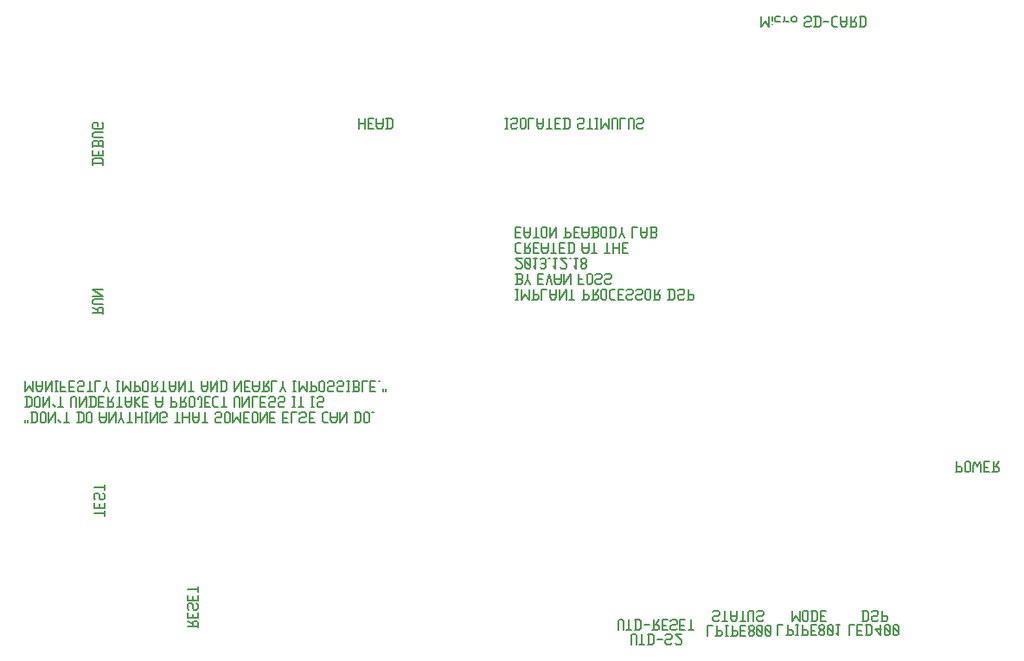
<source format=gbo>
G04 start of page 11 for group -4078 idx -4078 *
G04 Title: (unknown), bottomsilk *
G04 Creator: pcb 20110918 *
G04 CreationDate: Mon Dec 23 20:18:39 2013 UTC *
G04 For: fosse *
G04 Format: Gerber/RS-274X *
G04 PCB-Dimensions: 550000 350000 *
G04 PCB-Coordinate-Origin: lower left *
%MOIN*%
%FSLAX25Y25*%
%LNBOTTOMSILK*%
%ADD73C,0.0060*%
G54D73*X318500Y40000D02*X319000Y40500D01*
X317000Y40000D02*X318500D01*
X316500Y40500D02*X317000Y40000D01*
X316500Y40500D02*Y41500D01*
X317000Y42000D01*
X318500D01*
X319000Y42500D01*
Y43500D01*
X318500Y44000D02*X319000Y43500D01*
X317000Y44000D02*X318500D01*
X316500Y43500D02*X317000Y44000D01*
X320200Y40000D02*X322200D01*
X321200D02*Y44000D01*
X323400Y41000D02*Y44000D01*
Y41000D02*X324100Y40000D01*
X325200D01*
X325900Y41000D01*
Y44000D01*
X323400Y42000D02*X325900D01*
X327100Y40000D02*X329100D01*
X328100D02*Y44000D01*
X330300Y40000D02*Y43500D01*
X330800Y44000D01*
X331800D01*
X332300Y43500D01*
Y40000D02*Y43500D01*
X335500Y40000D02*X336000Y40500D01*
X334000Y40000D02*X335500D01*
X333500Y40500D02*X334000Y40000D01*
X333500Y40500D02*Y41500D01*
X334000Y42000D01*
X335500D01*
X336000Y42500D01*
Y43500D01*
X335500Y44000D02*X336000Y43500D01*
X334000Y44000D02*X335500D01*
X333500Y43500D02*X334000Y44000D01*
X280000Y36500D02*Y40000D01*
X280500Y40500D01*
X281500D01*
X282000Y40000D01*
Y36500D02*Y40000D01*
X283200Y36500D02*X285200D01*
X284200D02*Y40500D01*
X286900Y36500D02*Y40500D01*
X288200Y36500D02*X288900Y37200D01*
Y39800D01*
X288200Y40500D02*X288900Y39800D01*
X286400Y40500D02*X288200D01*
X286400Y36500D02*X288200D01*
X290100Y38500D02*X292100D01*
X293300Y36500D02*X295300D01*
X295800Y37000D01*
Y38000D01*
X295300Y38500D02*X295800Y38000D01*
X293800Y38500D02*X295300D01*
X293800Y36500D02*Y40500D01*
X294600Y38500D02*X295800Y40500D01*
X297000Y38300D02*X298500D01*
X297000Y40500D02*X299000D01*
X297000Y36500D02*Y40500D01*
Y36500D02*X299000D01*
X302200D02*X302700Y37000D01*
X300700Y36500D02*X302200D01*
X300200Y37000D02*X300700Y36500D01*
X300200Y37000D02*Y38000D01*
X300700Y38500D01*
X302200D01*
X302700Y39000D01*
Y40000D01*
X302200Y40500D02*X302700Y40000D01*
X300700Y40500D02*X302200D01*
X300200Y40000D02*X300700Y40500D01*
X303900Y38300D02*X305400D01*
X303900Y40500D02*X305900D01*
X303900Y36500D02*Y40500D01*
Y36500D02*X305900D01*
X307100D02*X309100D01*
X308100D02*Y40500D01*
X347000Y40000D02*Y44000D01*
Y40000D02*X348500Y42000D01*
X350000Y40000D01*
Y44000D01*
X351200Y40500D02*Y43500D01*
Y40500D02*X351700Y40000D01*
X352700D01*
X353200Y40500D01*
Y43500D01*
X352700Y44000D02*X353200Y43500D01*
X351700Y44000D02*X352700D01*
X351200Y43500D02*X351700Y44000D01*
X354900Y40000D02*Y44000D01*
X356200Y40000D02*X356900Y40700D01*
Y43300D01*
X356200Y44000D02*X356900Y43300D01*
X354400Y44000D02*X356200D01*
X354400Y40000D02*X356200D01*
X358100Y41800D02*X359600D01*
X358100Y44000D02*X360100D01*
X358100Y40000D02*Y44000D01*
Y40000D02*X360100D01*
X285000Y31000D02*Y34500D01*
X285500Y35000D01*
X286500D01*
X287000Y34500D01*
Y31000D02*Y34500D01*
X288200Y31000D02*X290200D01*
X289200D02*Y35000D01*
X291900Y31000D02*Y35000D01*
X293200Y31000D02*X293900Y31700D01*
Y34300D01*
X293200Y35000D02*X293900Y34300D01*
X291400Y35000D02*X293200D01*
X291400Y31000D02*X293200D01*
X295100Y33000D02*X297100D01*
X300300Y31000D02*X300800Y31500D01*
X298800Y31000D02*X300300D01*
X298300Y31500D02*X298800Y31000D01*
X298300Y31500D02*Y32500D01*
X298800Y33000D01*
X300300D01*
X300800Y33500D01*
Y34500D01*
X300300Y35000D02*X300800Y34500D01*
X298800Y35000D02*X300300D01*
X298300Y34500D02*X298800Y35000D01*
X302000Y31500D02*X302500Y31000D01*
X304000D01*
X304500Y31500D01*
Y32500D01*
X302000Y35000D02*X304500Y32500D01*
X302000Y35000D02*X304500D01*
X374500Y40000D02*Y44000D01*
X375800Y40000D02*X376500Y40700D01*
Y43300D01*
X375800Y44000D02*X376500Y43300D01*
X374000Y44000D02*X375800D01*
X374000Y40000D02*X375800D01*
X379700D02*X380200Y40500D01*
X378200Y40000D02*X379700D01*
X377700Y40500D02*X378200Y40000D01*
X377700Y40500D02*Y41500D01*
X378200Y42000D01*
X379700D01*
X380200Y42500D01*
Y43500D01*
X379700Y44000D02*X380200Y43500D01*
X378200Y44000D02*X379700D01*
X377700Y43500D02*X378200Y44000D01*
X381900Y40000D02*Y44000D01*
X381400Y40000D02*X383400D01*
X383900Y40500D01*
Y41500D01*
X383400Y42000D02*X383900Y41500D01*
X381900Y42000D02*X383400D01*
X369000Y34500D02*Y38500D01*
X371000D01*
X372200Y36300D02*X373700D01*
X372200Y38500D02*X374200D01*
X372200Y34500D02*Y38500D01*
Y34500D02*X374200D01*
X375900D02*Y38500D01*
X377200Y34500D02*X377900Y35200D01*
Y37800D01*
X377200Y38500D02*X377900Y37800D01*
X375400Y38500D02*X377200D01*
X375400Y34500D02*X377200D01*
X379100Y37000D02*X381100Y34500D01*
X379100Y37000D02*X381600D01*
X381100Y34500D02*Y38500D01*
X382800Y38000D02*X383300Y38500D01*
X382800Y35000D02*Y38000D01*
Y35000D02*X383300Y34500D01*
X384300D01*
X384800Y35000D01*
Y38000D01*
X384300Y38500D02*X384800Y38000D01*
X383300Y38500D02*X384300D01*
X382800Y37500D02*X384800Y35500D01*
X386000Y38000D02*X386500Y38500D01*
X386000Y35000D02*Y38000D01*
Y35000D02*X386500Y34500D01*
X387500D01*
X388000Y35000D01*
Y38000D01*
X387500Y38500D02*X388000Y38000D01*
X386500Y38500D02*X387500D01*
X386000Y37500D02*X388000Y35500D01*
X410500Y97500D02*Y101500D01*
X410000Y97500D02*X412000D01*
X412500Y98000D01*
Y99000D01*
X412000Y99500D02*X412500Y99000D01*
X410500Y99500D02*X412000D01*
X413700Y98000D02*Y101000D01*
Y98000D02*X414200Y97500D01*
X415200D01*
X415700Y98000D01*
Y101000D01*
X415200Y101500D02*X415700Y101000D01*
X414200Y101500D02*X415200D01*
X413700Y101000D02*X414200Y101500D01*
X416900Y97500D02*Y99500D01*
X417400Y101500D01*
X418400Y99500D01*
X419400Y101500D01*
X419900Y99500D01*
Y97500D02*Y99500D01*
X421100Y99300D02*X422600D01*
X421100Y101500D02*X423100D01*
X421100Y97500D02*Y101500D01*
Y97500D02*X423100D01*
X424300D02*X426300D01*
X426800Y98000D01*
Y99000D01*
X426300Y99500D02*X426800Y99000D01*
X424800Y99500D02*X426300D01*
X424800Y97500D02*Y101500D01*
X425600Y99500D02*X426800Y101500D01*
X77500Y216500D02*X81500D01*
Y217800D02*X80800Y218500D01*
X78200D02*X80800D01*
X77500Y217800D02*X78200Y218500D01*
X77500Y216000D02*Y217800D01*
X81500Y216000D02*Y217800D01*
X79700Y219700D02*Y221200D01*
X77500Y219700D02*Y221700D01*
Y219700D02*X81500D01*
Y221700D01*
X77500Y222900D02*Y224900D01*
X78000Y225400D01*
X79200D01*
X79700Y224900D02*X79200Y225400D01*
X79700Y223400D02*Y224900D01*
X77500Y223400D02*X81500D01*
Y222900D02*Y224900D01*
X81000Y225400D01*
X80200D02*X81000D01*
X79700Y224900D02*X80200Y225400D01*
X78000Y226600D02*X81500D01*
X78000D02*X77500Y227100D01*
Y228100D01*
X78000Y228600D01*
X81500D01*
Y231800D02*X81000Y232300D01*
X81500Y230300D02*Y231800D01*
X81000Y229800D02*X81500Y230300D01*
X78000Y229800D02*X81000D01*
X78000D02*X77500Y230300D01*
Y231800D01*
X78000Y232300D01*
X79000D01*
X79500Y231800D02*X79000Y232300D01*
X79500Y230800D02*Y231800D01*
X180000Y230000D02*Y234000D01*
X182500Y230000D02*Y234000D01*
X180000Y232000D02*X182500D01*
X183700Y231800D02*X185200D01*
X183700Y234000D02*X185700D01*
X183700Y230000D02*Y234000D01*
Y230000D02*X185700D01*
X186900Y231000D02*Y234000D01*
Y231000D02*X187600Y230000D01*
X188700D01*
X189400Y231000D01*
Y234000D01*
X186900Y232000D02*X189400D01*
X191100Y230000D02*Y234000D01*
X192400Y230000D02*X193100Y230700D01*
Y233300D01*
X192400Y234000D02*X193100Y233300D01*
X190600Y234000D02*X192400D01*
X190600Y230000D02*X192400D01*
X52000Y122500D02*Y126500D01*
X53300Y122500D02*X54000Y123200D01*
Y125800D01*
X53300Y126500D02*X54000Y125800D01*
X51500Y126500D02*X53300D01*
X51500Y122500D02*X53300D01*
X55200Y123000D02*Y126000D01*
Y123000D02*X55700Y122500D01*
X56700D01*
X57200Y123000D01*
Y126000D01*
X56700Y126500D02*X57200Y126000D01*
X55700Y126500D02*X56700D01*
X55200Y126000D02*X55700Y126500D01*
X58400Y122500D02*Y126500D01*
Y122500D02*X60900Y126500D01*
Y122500D02*Y126500D01*
X62100Y123500D02*X63100Y122500D01*
X64300D02*X66300D01*
X65300D02*Y126500D01*
X69300Y122500D02*Y126000D01*
X69800Y126500D01*
X70800D01*
X71300Y126000D01*
Y122500D02*Y126000D01*
X72500Y122500D02*Y126500D01*
Y122500D02*X75000Y126500D01*
Y122500D02*Y126500D01*
X76700Y122500D02*Y126500D01*
X78000Y122500D02*X78700Y123200D01*
Y125800D01*
X78000Y126500D02*X78700Y125800D01*
X76200Y126500D02*X78000D01*
X76200Y122500D02*X78000D01*
X79900Y124300D02*X81400D01*
X79900Y126500D02*X81900D01*
X79900Y122500D02*Y126500D01*
Y122500D02*X81900D01*
X83100D02*X85100D01*
X85600Y123000D01*
Y124000D01*
X85100Y124500D02*X85600Y124000D01*
X83600Y124500D02*X85100D01*
X83600Y122500D02*Y126500D01*
X84400Y124500D02*X85600Y126500D01*
X86800Y122500D02*X88800D01*
X87800D02*Y126500D01*
X90000Y123500D02*Y126500D01*
Y123500D02*X90700Y122500D01*
X91800D01*
X92500Y123500D01*
Y126500D01*
X90000Y124500D02*X92500D01*
X93700Y122500D02*Y126500D01*
Y124500D02*X95700Y122500D01*
X93700Y124500D02*X95700Y126500D01*
X96900Y124300D02*X98400D01*
X96900Y126500D02*X98900D01*
X96900Y122500D02*Y126500D01*
Y122500D02*X98900D01*
X101900Y123500D02*Y126500D01*
Y123500D02*X102600Y122500D01*
X103700D01*
X104400Y123500D01*
Y126500D01*
X101900Y124500D02*X104400D01*
X107900Y122500D02*Y126500D01*
X107400Y122500D02*X109400D01*
X109900Y123000D01*
Y124000D01*
X109400Y124500D02*X109900Y124000D01*
X107900Y124500D02*X109400D01*
X111100Y122500D02*X113100D01*
X113600Y123000D01*
Y124000D01*
X113100Y124500D02*X113600Y124000D01*
X111600Y124500D02*X113100D01*
X111600Y122500D02*Y126500D01*
X112400Y124500D02*X113600Y126500D01*
X114800Y123000D02*Y126000D01*
Y123000D02*X115300Y122500D01*
X116300D01*
X116800Y123000D01*
Y126000D01*
X116300Y126500D02*X116800Y126000D01*
X115300Y126500D02*X116300D01*
X114800Y126000D02*X115300Y126500D01*
X118700Y122500D02*X119500D01*
Y126000D01*
X119000Y126500D02*X119500Y126000D01*
X118500Y126500D02*X119000D01*
X118000Y126000D02*X118500Y126500D01*
X118000Y125500D02*Y126000D01*
X120700Y124300D02*X122200D01*
X120700Y126500D02*X122700D01*
X120700Y122500D02*Y126500D01*
Y122500D02*X122700D01*
X124600Y126500D02*X125900D01*
X123900Y125800D02*X124600Y126500D01*
X123900Y123200D02*Y125800D01*
Y123200D02*X124600Y122500D01*
X125900D01*
X127100D02*X129100D01*
X128100D02*Y126500D01*
X132100Y122500D02*Y126000D01*
X132600Y126500D01*
X133600D01*
X134100Y126000D01*
Y122500D02*Y126000D01*
X135300Y122500D02*Y126500D01*
Y122500D02*X137800Y126500D01*
Y122500D02*Y126500D01*
X139000Y122500D02*Y126500D01*
X141000D01*
X142200Y124300D02*X143700D01*
X142200Y126500D02*X144200D01*
X142200Y122500D02*Y126500D01*
Y122500D02*X144200D01*
X147400D02*X147900Y123000D01*
X145900Y122500D02*X147400D01*
X145400Y123000D02*X145900Y122500D01*
X145400Y123000D02*Y124000D01*
X145900Y124500D01*
X147400D01*
X147900Y125000D01*
Y126000D01*
X147400Y126500D02*X147900Y126000D01*
X145900Y126500D02*X147400D01*
X145400Y126000D02*X145900Y126500D01*
X151100Y122500D02*X151600Y123000D01*
X149600Y122500D02*X151100D01*
X149100Y123000D02*X149600Y122500D01*
X149100Y123000D02*Y124000D01*
X149600Y124500D01*
X151100D01*
X151600Y125000D01*
Y126000D01*
X151100Y126500D02*X151600Y126000D01*
X149600Y126500D02*X151100D01*
X149100Y126000D02*X149600Y126500D01*
X154600Y122500D02*X155600D01*
X155100D02*Y126500D01*
X154600D02*X155600D01*
X156800Y122500D02*X158800D01*
X157800D02*Y126500D01*
X161800Y122500D02*X162800D01*
X162300D02*Y126500D01*
X161800D02*X162800D01*
X166000Y122500D02*X166500Y123000D01*
X164500Y122500D02*X166000D01*
X164000Y123000D02*X164500Y122500D01*
X164000Y123000D02*Y124000D01*
X164500Y124500D01*
X166000D01*
X166500Y125000D01*
Y126000D01*
X166000Y126500D02*X166500Y126000D01*
X164500Y126500D02*X166000D01*
X164000Y126000D02*X164500Y126500D01*
X51500Y116500D02*Y117500D01*
X52500Y116500D02*Y117500D01*
X54200Y116500D02*Y120500D01*
X55500Y116500D02*X56200Y117200D01*
Y119800D01*
X55500Y120500D02*X56200Y119800D01*
X53700Y120500D02*X55500D01*
X53700Y116500D02*X55500D01*
X57400Y117000D02*Y120000D01*
Y117000D02*X57900Y116500D01*
X58900D01*
X59400Y117000D01*
Y120000D01*
X58900Y120500D02*X59400Y120000D01*
X57900Y120500D02*X58900D01*
X57400Y120000D02*X57900Y120500D01*
X60600Y116500D02*Y120500D01*
Y116500D02*X63100Y120500D01*
Y116500D02*Y120500D01*
X64300Y117500D02*X65300Y116500D01*
X66500D02*X68500D01*
X67500D02*Y120500D01*
X72000Y116500D02*Y120500D01*
X73300Y116500D02*X74000Y117200D01*
Y119800D01*
X73300Y120500D02*X74000Y119800D01*
X71500Y120500D02*X73300D01*
X71500Y116500D02*X73300D01*
X75200Y117000D02*Y120000D01*
Y117000D02*X75700Y116500D01*
X76700D01*
X77200Y117000D01*
Y120000D01*
X76700Y120500D02*X77200Y120000D01*
X75700Y120500D02*X76700D01*
X75200Y120000D02*X75700Y120500D01*
X80200Y117500D02*Y120500D01*
Y117500D02*X80900Y116500D01*
X82000D01*
X82700Y117500D01*
Y120500D01*
X80200Y118500D02*X82700D01*
X83900Y116500D02*Y120500D01*
Y116500D02*X86400Y120500D01*
Y116500D02*Y120500D01*
X87600Y116500D02*X88600Y118500D01*
X89600Y116500D01*
X88600Y118500D02*Y120500D01*
X90800Y116500D02*X92800D01*
X91800D02*Y120500D01*
X94000Y116500D02*Y120500D01*
X96500Y116500D02*Y120500D01*
X94000Y118500D02*X96500D01*
X97700Y116500D02*X98700D01*
X98200D02*Y120500D01*
X97700D02*X98700D01*
X99900Y116500D02*Y120500D01*
Y116500D02*X102400Y120500D01*
Y116500D02*Y120500D01*
X105600Y116500D02*X106100Y117000D01*
X104100Y116500D02*X105600D01*
X103600Y117000D02*X104100Y116500D01*
X103600Y117000D02*Y120000D01*
X104100Y120500D01*
X105600D01*
X106100Y120000D01*
Y119000D02*Y120000D01*
X105600Y118500D02*X106100Y119000D01*
X104600Y118500D02*X105600D01*
X109100Y116500D02*X111100D01*
X110100D02*Y120500D01*
X112300Y116500D02*Y120500D01*
X114800Y116500D02*Y120500D01*
X112300Y118500D02*X114800D01*
X116000Y117500D02*Y120500D01*
Y117500D02*X116700Y116500D01*
X117800D01*
X118500Y117500D01*
Y120500D01*
X116000Y118500D02*X118500D01*
X119700Y116500D02*X121700D01*
X120700D02*Y120500D01*
X126700Y116500D02*X127200Y117000D01*
X125200Y116500D02*X126700D01*
X124700Y117000D02*X125200Y116500D01*
X124700Y117000D02*Y118000D01*
X125200Y118500D01*
X126700D01*
X127200Y119000D01*
Y120000D01*
X126700Y120500D02*X127200Y120000D01*
X125200Y120500D02*X126700D01*
X124700Y120000D02*X125200Y120500D01*
X128400Y117000D02*Y120000D01*
Y117000D02*X128900Y116500D01*
X129900D01*
X130400Y117000D01*
Y120000D01*
X129900Y120500D02*X130400Y120000D01*
X128900Y120500D02*X129900D01*
X128400Y120000D02*X128900Y120500D01*
X131600Y116500D02*Y120500D01*
Y116500D02*X133100Y118500D01*
X134600Y116500D01*
Y120500D01*
X135800Y118300D02*X137300D01*
X135800Y120500D02*X137800D01*
X135800Y116500D02*Y120500D01*
Y116500D02*X137800D01*
X139000Y117000D02*Y120000D01*
Y117000D02*X139500Y116500D01*
X140500D01*
X141000Y117000D01*
Y120000D01*
X140500Y120500D02*X141000Y120000D01*
X139500Y120500D02*X140500D01*
X139000Y120000D02*X139500Y120500D01*
X142200Y116500D02*Y120500D01*
Y116500D02*X144700Y120500D01*
Y116500D02*Y120500D01*
X145900Y118300D02*X147400D01*
X145900Y120500D02*X147900D01*
X145900Y116500D02*Y120500D01*
Y116500D02*X147900D01*
X150900Y118300D02*X152400D01*
X150900Y120500D02*X152900D01*
X150900Y116500D02*Y120500D01*
Y116500D02*X152900D01*
X154100D02*Y120500D01*
X156100D01*
X159300Y116500D02*X159800Y117000D01*
X157800Y116500D02*X159300D01*
X157300Y117000D02*X157800Y116500D01*
X157300Y117000D02*Y118000D01*
X157800Y118500D01*
X159300D01*
X159800Y119000D01*
Y120000D01*
X159300Y120500D02*X159800Y120000D01*
X157800Y120500D02*X159300D01*
X157300Y120000D02*X157800Y120500D01*
X161000Y118300D02*X162500D01*
X161000Y120500D02*X163000D01*
X161000Y116500D02*Y120500D01*
Y116500D02*X163000D01*
X166700Y120500D02*X168000D01*
X166000Y119800D02*X166700Y120500D01*
X166000Y117200D02*Y119800D01*
Y117200D02*X166700Y116500D01*
X168000D01*
X169200Y117500D02*Y120500D01*
Y117500D02*X169900Y116500D01*
X171000D01*
X171700Y117500D01*
Y120500D01*
X169200Y118500D02*X171700D01*
X172900Y116500D02*Y120500D01*
Y116500D02*X175400Y120500D01*
Y116500D02*Y120500D01*
X178900Y116500D02*Y120500D01*
X180200Y116500D02*X180900Y117200D01*
Y119800D01*
X180200Y120500D02*X180900Y119800D01*
X178400Y120500D02*X180200D01*
X178400Y116500D02*X180200D01*
X182100Y117000D02*Y120000D01*
Y117000D02*X182600Y116500D01*
X183600D01*
X184100Y117000D01*
Y120000D01*
X183600Y120500D02*X184100Y120000D01*
X182600Y120500D02*X183600D01*
X182100Y120000D02*X182600Y120500D01*
X185300D02*X185800D01*
X51500Y128500D02*Y132500D01*
Y128500D02*X53000Y130500D01*
X54500Y128500D01*
Y132500D01*
X55700Y129500D02*Y132500D01*
Y129500D02*X56400Y128500D01*
X57500D01*
X58200Y129500D01*
Y132500D01*
X55700Y130500D02*X58200D01*
X59400Y128500D02*Y132500D01*
Y128500D02*X61900Y132500D01*
Y128500D02*Y132500D01*
X63100Y128500D02*X64100D01*
X63600D02*Y132500D01*
X63100D02*X64100D01*
X65300Y128500D02*Y132500D01*
Y128500D02*X67300D01*
X65300Y130300D02*X66800D01*
X68500D02*X70000D01*
X68500Y132500D02*X70500D01*
X68500Y128500D02*Y132500D01*
Y128500D02*X70500D01*
X73700D02*X74200Y129000D01*
X72200Y128500D02*X73700D01*
X71700Y129000D02*X72200Y128500D01*
X71700Y129000D02*Y130000D01*
X72200Y130500D01*
X73700D01*
X74200Y131000D01*
Y132000D01*
X73700Y132500D02*X74200Y132000D01*
X72200Y132500D02*X73700D01*
X71700Y132000D02*X72200Y132500D01*
X75400Y128500D02*X77400D01*
X76400D02*Y132500D01*
X78600Y128500D02*Y132500D01*
X80600D01*
X81800Y128500D02*X82800Y130500D01*
X83800Y128500D01*
X82800Y130500D02*Y132500D01*
X86800Y128500D02*X87800D01*
X87300D02*Y132500D01*
X86800D02*X87800D01*
X89000Y128500D02*Y132500D01*
Y128500D02*X90500Y130500D01*
X92000Y128500D01*
Y132500D01*
X93700Y128500D02*Y132500D01*
X93200Y128500D02*X95200D01*
X95700Y129000D01*
Y130000D01*
X95200Y130500D02*X95700Y130000D01*
X93700Y130500D02*X95200D01*
X96900Y129000D02*Y132000D01*
Y129000D02*X97400Y128500D01*
X98400D01*
X98900Y129000D01*
Y132000D01*
X98400Y132500D02*X98900Y132000D01*
X97400Y132500D02*X98400D01*
X96900Y132000D02*X97400Y132500D01*
X100100Y128500D02*X102100D01*
X102600Y129000D01*
Y130000D01*
X102100Y130500D02*X102600Y130000D01*
X100600Y130500D02*X102100D01*
X100600Y128500D02*Y132500D01*
X101400Y130500D02*X102600Y132500D01*
X103800Y128500D02*X105800D01*
X104800D02*Y132500D01*
X107000Y129500D02*Y132500D01*
Y129500D02*X107700Y128500D01*
X108800D01*
X109500Y129500D01*
Y132500D01*
X107000Y130500D02*X109500D01*
X110700Y128500D02*Y132500D01*
Y128500D02*X113200Y132500D01*
Y128500D02*Y132500D01*
X114400Y128500D02*X116400D01*
X115400D02*Y132500D01*
X119400Y129500D02*Y132500D01*
Y129500D02*X120100Y128500D01*
X121200D01*
X121900Y129500D01*
Y132500D01*
X119400Y130500D02*X121900D01*
X123100Y128500D02*Y132500D01*
Y128500D02*X125600Y132500D01*
Y128500D02*Y132500D01*
X127300Y128500D02*Y132500D01*
X128600Y128500D02*X129300Y129200D01*
Y131800D01*
X128600Y132500D02*X129300Y131800D01*
X126800Y132500D02*X128600D01*
X126800Y128500D02*X128600D01*
X132300D02*Y132500D01*
Y128500D02*X134800Y132500D01*
Y128500D02*Y132500D01*
X136000Y130300D02*X137500D01*
X136000Y132500D02*X138000D01*
X136000Y128500D02*Y132500D01*
Y128500D02*X138000D01*
X139200Y129500D02*Y132500D01*
Y129500D02*X139900Y128500D01*
X141000D01*
X141700Y129500D01*
Y132500D01*
X139200Y130500D02*X141700D01*
X142900Y128500D02*X144900D01*
X145400Y129000D01*
Y130000D01*
X144900Y130500D02*X145400Y130000D01*
X143400Y130500D02*X144900D01*
X143400Y128500D02*Y132500D01*
X144200Y130500D02*X145400Y132500D01*
X146600Y128500D02*Y132500D01*
X148600D01*
X149800Y128500D02*X150800Y130500D01*
X151800Y128500D01*
X150800Y130500D02*Y132500D01*
X154800Y128500D02*X155800D01*
X155300D02*Y132500D01*
X154800D02*X155800D01*
X157000Y128500D02*Y132500D01*
Y128500D02*X158500Y130500D01*
X160000Y128500D01*
Y132500D01*
X161700Y128500D02*Y132500D01*
X161200Y128500D02*X163200D01*
X163700Y129000D01*
Y130000D01*
X163200Y130500D02*X163700Y130000D01*
X161700Y130500D02*X163200D01*
X164900Y129000D02*Y132000D01*
Y129000D02*X165400Y128500D01*
X166400D01*
X166900Y129000D01*
Y132000D01*
X166400Y132500D02*X166900Y132000D01*
X165400Y132500D02*X166400D01*
X164900Y132000D02*X165400Y132500D01*
X170100Y128500D02*X170600Y129000D01*
X168600Y128500D02*X170100D01*
X168100Y129000D02*X168600Y128500D01*
X168100Y129000D02*Y130000D01*
X168600Y130500D01*
X170100D01*
X170600Y131000D01*
Y132000D01*
X170100Y132500D02*X170600Y132000D01*
X168600Y132500D02*X170100D01*
X168100Y132000D02*X168600Y132500D01*
X173800Y128500D02*X174300Y129000D01*
X172300Y128500D02*X173800D01*
X171800Y129000D02*X172300Y128500D01*
X171800Y129000D02*Y130000D01*
X172300Y130500D01*
X173800D01*
X174300Y131000D01*
Y132000D01*
X173800Y132500D02*X174300Y132000D01*
X172300Y132500D02*X173800D01*
X171800Y132000D02*X172300Y132500D01*
X175500Y128500D02*X176500D01*
X176000D02*Y132500D01*
X175500D02*X176500D01*
X177700D02*X179700D01*
X180200Y132000D01*
Y130800D02*Y132000D01*
X179700Y130300D02*X180200Y130800D01*
X178200Y130300D02*X179700D01*
X178200Y128500D02*Y132500D01*
X177700Y128500D02*X179700D01*
X180200Y129000D01*
Y129800D01*
X179700Y130300D02*X180200Y129800D01*
X181400Y128500D02*Y132500D01*
X183400D01*
X184600Y130300D02*X186100D01*
X184600Y132500D02*X186600D01*
X184600Y128500D02*Y132500D01*
Y128500D02*X186600D01*
X187800Y132500D02*X188300D01*
X189500Y128500D02*Y129500D01*
X190500Y128500D02*Y129500D01*
X81500Y158500D02*Y160500D01*
X81000Y161000D01*
X80000D02*X81000D01*
X79500Y160500D02*X80000Y161000D01*
X79500Y159000D02*Y160500D01*
X77500Y159000D02*X81500D01*
X79500Y159800D02*X77500Y161000D01*
X78000Y162200D02*X81500D01*
X78000D02*X77500Y162700D01*
Y163700D01*
X78000Y164200D01*
X81500D01*
X77500Y165400D02*X81500D01*
X77500Y167900D01*
X81500D01*
X118000Y37500D02*Y39500D01*
X117500Y40000D01*
X116500D02*X117500D01*
X116000Y39500D02*X116500Y40000D01*
X116000Y38000D02*Y39500D01*
X114000Y38000D02*X118000D01*
X116000Y38800D02*X114000Y40000D01*
X116200Y41200D02*Y42700D01*
X114000Y41200D02*Y43200D01*
Y41200D02*X118000D01*
Y43200D01*
Y46400D02*X117500Y46900D01*
X118000Y44900D02*Y46400D01*
X117500Y44400D02*X118000Y44900D01*
X116500Y44400D02*X117500D01*
X116500D02*X116000Y44900D01*
Y46400D01*
X115500Y46900D01*
X114500D02*X115500D01*
X114000Y46400D02*X114500Y46900D01*
X114000Y44900D02*Y46400D01*
X114500Y44400D02*X114000Y44900D01*
X116200Y48100D02*Y49600D01*
X114000Y48100D02*Y50100D01*
Y48100D02*X118000D01*
Y50100D01*
Y51300D02*Y53300D01*
X114000Y52300D02*X118000D01*
X82000Y80500D02*Y82500D01*
X78000Y81500D02*X82000D01*
X80200Y83700D02*Y85200D01*
X78000Y83700D02*Y85700D01*
Y83700D02*X82000D01*
Y85700D01*
Y88900D02*X81500Y89400D01*
X82000Y87400D02*Y88900D01*
X81500Y86900D02*X82000Y87400D01*
X80500Y86900D02*X81500D01*
X80500D02*X80000Y87400D01*
Y88900D01*
X79500Y89400D01*
X78500D02*X79500D01*
X78000Y88900D02*X78500Y89400D01*
X78000Y87400D02*Y88900D01*
X78500Y86900D02*X78000Y87400D01*
X82000Y90600D02*Y92600D01*
X78000Y91600D02*X82000D01*
X335250Y269250D02*Y273250D01*
Y269250D02*X336750Y271250D01*
X338250Y269250D01*
Y273250D01*
X339450Y270250D02*Y270350D01*
Y271750D02*Y273250D01*
X340950Y271250D02*X342450D01*
X340450Y271750D02*X340950Y271250D01*
X340450Y271750D02*Y272750D01*
X340950Y273250D01*
X342450D01*
X344150Y271750D02*Y273250D01*
Y271750D02*X344650Y271250D01*
X345650D01*
X343650D02*X344150Y271750D01*
X346850D02*Y272750D01*
Y271750D02*X347350Y271250D01*
X348350D01*
X348850Y271750D01*
Y272750D01*
X348350Y273250D02*X348850Y272750D01*
X347350Y273250D02*X348350D01*
X346850Y272750D02*X347350Y273250D01*
X353850Y269250D02*X354350Y269750D01*
X352350Y269250D02*X353850D01*
X351850Y269750D02*X352350Y269250D01*
X351850Y269750D02*Y270750D01*
X352350Y271250D01*
X353850D01*
X354350Y271750D01*
Y272750D01*
X353850Y273250D02*X354350Y272750D01*
X352350Y273250D02*X353850D01*
X351850Y272750D02*X352350Y273250D01*
X356050Y269250D02*Y273250D01*
X357350Y269250D02*X358050Y269950D01*
Y272550D01*
X357350Y273250D02*X358050Y272550D01*
X355550Y273250D02*X357350D01*
X355550Y269250D02*X357350D01*
X359250Y271250D02*X361250D01*
X363150Y273250D02*X364450D01*
X362450Y272550D02*X363150Y273250D01*
X362450Y269950D02*Y272550D01*
Y269950D02*X363150Y269250D01*
X364450D01*
X365650Y270250D02*Y273250D01*
Y270250D02*X366350Y269250D01*
X367450D01*
X368150Y270250D01*
Y273250D01*
X365650Y271250D02*X368150D01*
X369350Y269250D02*X371350D01*
X371850Y269750D01*
Y270750D01*
X371350Y271250D02*X371850Y270750D01*
X369850Y271250D02*X371350D01*
X369850Y269250D02*Y273250D01*
X370650Y271250D02*X371850Y273250D01*
X373550Y269250D02*Y273250D01*
X374850Y269250D02*X375550Y269950D01*
Y272550D01*
X374850Y273250D02*X375550Y272550D01*
X373050Y273250D02*X374850D01*
X373050Y269250D02*X374850D01*
X240500Y164000D02*X241500D01*
X241000D02*Y168000D01*
X240500D02*X241500D01*
X242700Y164000D02*Y168000D01*
Y164000D02*X244200Y166000D01*
X245700Y164000D01*
Y168000D01*
X247400Y164000D02*Y168000D01*
X246900Y164000D02*X248900D01*
X249400Y164500D01*
Y165500D01*
X248900Y166000D02*X249400Y165500D01*
X247400Y166000D02*X248900D01*
X250600Y164000D02*Y168000D01*
X252600D01*
X253800Y165000D02*Y168000D01*
Y165000D02*X254500Y164000D01*
X255600D01*
X256300Y165000D01*
Y168000D01*
X253800Y166000D02*X256300D01*
X257500Y164000D02*Y168000D01*
Y164000D02*X260000Y168000D01*
Y164000D02*Y168000D01*
X261200Y164000D02*X263200D01*
X262200D02*Y168000D01*
X266700Y164000D02*Y168000D01*
X266200Y164000D02*X268200D01*
X268700Y164500D01*
Y165500D01*
X268200Y166000D02*X268700Y165500D01*
X266700Y166000D02*X268200D01*
X269900Y164000D02*X271900D01*
X272400Y164500D01*
Y165500D01*
X271900Y166000D02*X272400Y165500D01*
X270400Y166000D02*X271900D01*
X270400Y164000D02*Y168000D01*
X271200Y166000D02*X272400Y168000D01*
X273600Y164500D02*Y167500D01*
Y164500D02*X274100Y164000D01*
X275100D01*
X275600Y164500D01*
Y167500D01*
X275100Y168000D02*X275600Y167500D01*
X274100Y168000D02*X275100D01*
X273600Y167500D02*X274100Y168000D01*
X277500D02*X278800D01*
X276800Y167300D02*X277500Y168000D01*
X276800Y164700D02*Y167300D01*
Y164700D02*X277500Y164000D01*
X278800D01*
X280000Y165800D02*X281500D01*
X280000Y168000D02*X282000D01*
X280000Y164000D02*Y168000D01*
Y164000D02*X282000D01*
X285200D02*X285700Y164500D01*
X283700Y164000D02*X285200D01*
X283200Y164500D02*X283700Y164000D01*
X283200Y164500D02*Y165500D01*
X283700Y166000D01*
X285200D01*
X285700Y166500D01*
Y167500D01*
X285200Y168000D02*X285700Y167500D01*
X283700Y168000D02*X285200D01*
X283200Y167500D02*X283700Y168000D01*
X288900Y164000D02*X289400Y164500D01*
X287400Y164000D02*X288900D01*
X286900Y164500D02*X287400Y164000D01*
X286900Y164500D02*Y165500D01*
X287400Y166000D01*
X288900D01*
X289400Y166500D01*
Y167500D01*
X288900Y168000D02*X289400Y167500D01*
X287400Y168000D02*X288900D01*
X286900Y167500D02*X287400Y168000D01*
X290600Y164500D02*Y167500D01*
Y164500D02*X291100Y164000D01*
X292100D01*
X292600Y164500D01*
Y167500D01*
X292100Y168000D02*X292600Y167500D01*
X291100Y168000D02*X292100D01*
X290600Y167500D02*X291100Y168000D01*
X293800Y164000D02*X295800D01*
X296300Y164500D01*
Y165500D01*
X295800Y166000D02*X296300Y165500D01*
X294300Y166000D02*X295800D01*
X294300Y164000D02*Y168000D01*
X295100Y166000D02*X296300Y168000D01*
X299800Y164000D02*Y168000D01*
X301100Y164000D02*X301800Y164700D01*
Y167300D01*
X301100Y168000D02*X301800Y167300D01*
X299300Y168000D02*X301100D01*
X299300Y164000D02*X301100D01*
X305000D02*X305500Y164500D01*
X303500Y164000D02*X305000D01*
X303000Y164500D02*X303500Y164000D01*
X303000Y164500D02*Y165500D01*
X303500Y166000D01*
X305000D01*
X305500Y166500D01*
Y167500D01*
X305000Y168000D02*X305500Y167500D01*
X303500Y168000D02*X305000D01*
X303000Y167500D02*X303500Y168000D01*
X307200Y164000D02*Y168000D01*
X306700Y164000D02*X308700D01*
X309200Y164500D01*
Y165500D01*
X308700Y166000D02*X309200Y165500D01*
X307200Y166000D02*X308700D01*
X240500Y174000D02*X242500D01*
X243000Y173500D01*
Y172300D02*Y173500D01*
X242500Y171800D02*X243000Y172300D01*
X241000Y171800D02*X242500D01*
X241000Y170000D02*Y174000D01*
X240500Y170000D02*X242500D01*
X243000Y170500D01*
Y171300D01*
X242500Y171800D02*X243000Y171300D01*
X244200Y170000D02*X245200Y172000D01*
X246200Y170000D01*
X245200Y172000D02*Y174000D01*
X249200Y171800D02*X250700D01*
X249200Y174000D02*X251200D01*
X249200Y170000D02*Y174000D01*
Y170000D02*X251200D01*
X252400D02*X253400Y174000D01*
X254400Y170000D01*
X255600Y171000D02*Y174000D01*
Y171000D02*X256300Y170000D01*
X257400D01*
X258100Y171000D01*
Y174000D01*
X255600Y172000D02*X258100D01*
X259300Y170000D02*Y174000D01*
Y170000D02*X261800Y174000D01*
Y170000D02*Y174000D01*
X264800Y170000D02*Y174000D01*
Y170000D02*X266800D01*
X264800Y171800D02*X266300D01*
X268000Y170500D02*Y173500D01*
Y170500D02*X268500Y170000D01*
X269500D01*
X270000Y170500D01*
Y173500D01*
X269500Y174000D02*X270000Y173500D01*
X268500Y174000D02*X269500D01*
X268000Y173500D02*X268500Y174000D01*
X273200Y170000D02*X273700Y170500D01*
X271700Y170000D02*X273200D01*
X271200Y170500D02*X271700Y170000D01*
X271200Y170500D02*Y171500D01*
X271700Y172000D01*
X273200D01*
X273700Y172500D01*
Y173500D01*
X273200Y174000D02*X273700Y173500D01*
X271700Y174000D02*X273200D01*
X271200Y173500D02*X271700Y174000D01*
X276900Y170000D02*X277400Y170500D01*
X275400Y170000D02*X276900D01*
X274900Y170500D02*X275400Y170000D01*
X274900Y170500D02*Y171500D01*
X275400Y172000D01*
X276900D01*
X277400Y172500D01*
Y173500D01*
X276900Y174000D02*X277400Y173500D01*
X275400Y174000D02*X276900D01*
X274900Y173500D02*X275400Y174000D01*
X240500Y189800D02*X242000D01*
X240500Y192000D02*X242500D01*
X240500Y188000D02*Y192000D01*
Y188000D02*X242500D01*
X243700Y189000D02*Y192000D01*
Y189000D02*X244400Y188000D01*
X245500D01*
X246200Y189000D01*
Y192000D01*
X243700Y190000D02*X246200D01*
X247400Y188000D02*X249400D01*
X248400D02*Y192000D01*
X250600Y188500D02*Y191500D01*
Y188500D02*X251100Y188000D01*
X252100D01*
X252600Y188500D01*
Y191500D01*
X252100Y192000D02*X252600Y191500D01*
X251100Y192000D02*X252100D01*
X250600Y191500D02*X251100Y192000D01*
X253800Y188000D02*Y192000D01*
Y188000D02*X256300Y192000D01*
Y188000D02*Y192000D01*
X259800Y188000D02*Y192000D01*
X259300Y188000D02*X261300D01*
X261800Y188500D01*
Y189500D01*
X261300Y190000D02*X261800Y189500D01*
X259800Y190000D02*X261300D01*
X263000Y189800D02*X264500D01*
X263000Y192000D02*X265000D01*
X263000Y188000D02*Y192000D01*
Y188000D02*X265000D01*
X266200Y189000D02*Y192000D01*
Y189000D02*X266900Y188000D01*
X268000D01*
X268700Y189000D01*
Y192000D01*
X266200Y190000D02*X268700D01*
X269900Y192000D02*X271900D01*
X272400Y191500D01*
Y190300D02*Y191500D01*
X271900Y189800D02*X272400Y190300D01*
X270400Y189800D02*X271900D01*
X270400Y188000D02*Y192000D01*
X269900Y188000D02*X271900D01*
X272400Y188500D01*
Y189300D01*
X271900Y189800D02*X272400Y189300D01*
X273600Y188500D02*Y191500D01*
Y188500D02*X274100Y188000D01*
X275100D01*
X275600Y188500D01*
Y191500D01*
X275100Y192000D02*X275600Y191500D01*
X274100Y192000D02*X275100D01*
X273600Y191500D02*X274100Y192000D01*
X277300Y188000D02*Y192000D01*
X278600Y188000D02*X279300Y188700D01*
Y191300D01*
X278600Y192000D02*X279300Y191300D01*
X276800Y192000D02*X278600D01*
X276800Y188000D02*X278600D01*
X280500D02*X281500Y190000D01*
X282500Y188000D01*
X281500Y190000D02*Y192000D01*
X285500Y188000D02*Y192000D01*
X287500D01*
X288700Y189000D02*Y192000D01*
Y189000D02*X289400Y188000D01*
X290500D01*
X291200Y189000D01*
Y192000D01*
X288700Y190000D02*X291200D01*
X292400Y192000D02*X294400D01*
X294900Y191500D01*
Y190300D02*Y191500D01*
X294400Y189800D02*X294900Y190300D01*
X292900Y189800D02*X294400D01*
X292900Y188000D02*Y192000D01*
X292400Y188000D02*X294400D01*
X294900Y188500D01*
Y189300D01*
X294400Y189800D02*X294900Y189300D01*
X241200Y186000D02*X242500D01*
X240500Y185300D02*X241200Y186000D01*
X240500Y182700D02*Y185300D01*
Y182700D02*X241200Y182000D01*
X242500D01*
X243700D02*X245700D01*
X246200Y182500D01*
Y183500D01*
X245700Y184000D02*X246200Y183500D01*
X244200Y184000D02*X245700D01*
X244200Y182000D02*Y186000D01*
X245000Y184000D02*X246200Y186000D01*
X247400Y183800D02*X248900D01*
X247400Y186000D02*X249400D01*
X247400Y182000D02*Y186000D01*
Y182000D02*X249400D01*
X250600Y183000D02*Y186000D01*
Y183000D02*X251300Y182000D01*
X252400D01*
X253100Y183000D01*
Y186000D01*
X250600Y184000D02*X253100D01*
X254300Y182000D02*X256300D01*
X255300D02*Y186000D01*
X257500Y183800D02*X259000D01*
X257500Y186000D02*X259500D01*
X257500Y182000D02*Y186000D01*
Y182000D02*X259500D01*
X261200D02*Y186000D01*
X262500Y182000D02*X263200Y182700D01*
Y185300D01*
X262500Y186000D02*X263200Y185300D01*
X260700Y186000D02*X262500D01*
X260700Y182000D02*X262500D01*
X266200Y183000D02*Y186000D01*
Y183000D02*X266900Y182000D01*
X268000D01*
X268700Y183000D01*
Y186000D01*
X266200Y184000D02*X268700D01*
X269900Y182000D02*X271900D01*
X270900D02*Y186000D01*
X274900Y182000D02*X276900D01*
X275900D02*Y186000D01*
X278100Y182000D02*Y186000D01*
X280600Y182000D02*Y186000D01*
X278100Y184000D02*X280600D01*
X281800Y183800D02*X283300D01*
X281800Y186000D02*X283800D01*
X281800Y182000D02*Y186000D01*
Y182000D02*X283800D01*
X240500Y176500D02*X241000Y176000D01*
X242500D01*
X243000Y176500D01*
Y177500D01*
X240500Y180000D02*X243000Y177500D01*
X240500Y180000D02*X243000D01*
X244200Y179500D02*X244700Y180000D01*
X244200Y176500D02*Y179500D01*
Y176500D02*X244700Y176000D01*
X245700D01*
X246200Y176500D01*
Y179500D01*
X245700Y180000D02*X246200Y179500D01*
X244700Y180000D02*X245700D01*
X244200Y179000D02*X246200Y177000D01*
X247400Y176800D02*X248200Y176000D01*
Y180000D01*
X247400D02*X248900D01*
X250100Y176500D02*X250600Y176000D01*
X251600D01*
X252100Y176500D01*
X251600Y180000D02*X252100Y179500D01*
X250600Y180000D02*X251600D01*
X250100Y179500D02*X250600Y180000D01*
Y177800D02*X251600D01*
X252100Y176500D02*Y177300D01*
Y178300D02*Y179500D01*
Y178300D02*X251600Y177800D01*
X252100Y177300D02*X251600Y177800D01*
X253300Y180000D02*X253800D01*
X255000Y176800D02*X255800Y176000D01*
Y180000D01*
X255000D02*X256500D01*
X257700Y176500D02*X258200Y176000D01*
X259700D01*
X260200Y176500D01*
Y177500D01*
X257700Y180000D02*X260200Y177500D01*
X257700Y180000D02*X260200D01*
X261400D02*X261900D01*
X263100Y176800D02*X263900Y176000D01*
Y180000D01*
X263100D02*X264600D01*
X265800Y179500D02*X266300Y180000D01*
X265800Y178700D02*Y179500D01*
Y178700D02*X266500Y178000D01*
X267100D01*
X267800Y178700D01*
Y179500D01*
X267300Y180000D02*X267800Y179500D01*
X266300Y180000D02*X267300D01*
X265800Y177300D02*X266500Y178000D01*
X265800Y176500D02*Y177300D01*
Y176500D02*X266300Y176000D01*
X267300D01*
X267800Y176500D01*
Y177300D01*
X267100Y178000D02*X267800Y177300D01*
X236500Y230000D02*X237500D01*
X237000D02*Y234000D01*
X236500D02*X237500D01*
X240700Y230000D02*X241200Y230500D01*
X239200Y230000D02*X240700D01*
X238700Y230500D02*X239200Y230000D01*
X238700Y230500D02*Y231500D01*
X239200Y232000D01*
X240700D01*
X241200Y232500D01*
Y233500D01*
X240700Y234000D02*X241200Y233500D01*
X239200Y234000D02*X240700D01*
X238700Y233500D02*X239200Y234000D01*
X242400Y230500D02*Y233500D01*
Y230500D02*X242900Y230000D01*
X243900D01*
X244400Y230500D01*
Y233500D01*
X243900Y234000D02*X244400Y233500D01*
X242900Y234000D02*X243900D01*
X242400Y233500D02*X242900Y234000D01*
X245600Y230000D02*Y234000D01*
X247600D01*
X248800Y231000D02*Y234000D01*
Y231000D02*X249500Y230000D01*
X250600D01*
X251300Y231000D01*
Y234000D01*
X248800Y232000D02*X251300D01*
X252500Y230000D02*X254500D01*
X253500D02*Y234000D01*
X255700Y231800D02*X257200D01*
X255700Y234000D02*X257700D01*
X255700Y230000D02*Y234000D01*
Y230000D02*X257700D01*
X259400D02*Y234000D01*
X260700Y230000D02*X261400Y230700D01*
Y233300D01*
X260700Y234000D02*X261400Y233300D01*
X258900Y234000D02*X260700D01*
X258900Y230000D02*X260700D01*
X266400D02*X266900Y230500D01*
X264900Y230000D02*X266400D01*
X264400Y230500D02*X264900Y230000D01*
X264400Y230500D02*Y231500D01*
X264900Y232000D01*
X266400D01*
X266900Y232500D01*
Y233500D01*
X266400Y234000D02*X266900Y233500D01*
X264900Y234000D02*X266400D01*
X264400Y233500D02*X264900Y234000D01*
X268100Y230000D02*X270100D01*
X269100D02*Y234000D01*
X271300Y230000D02*X272300D01*
X271800D02*Y234000D01*
X271300D02*X272300D01*
X273500Y230000D02*Y234000D01*
Y230000D02*X275000Y232000D01*
X276500Y230000D01*
Y234000D01*
X277700Y230000D02*Y233500D01*
X278200Y234000D01*
X279200D01*
X279700Y233500D01*
Y230000D02*Y233500D01*
X280900Y230000D02*Y234000D01*
X282900D01*
X284100Y230000D02*Y233500D01*
X284600Y234000D01*
X285600D01*
X286100Y233500D01*
Y230000D02*Y233500D01*
X289300Y230000D02*X289800Y230500D01*
X287800Y230000D02*X289300D01*
X287300Y230500D02*X287800Y230000D01*
X287300Y230500D02*Y231500D01*
X287800Y232000D01*
X289300D01*
X289800Y232500D01*
Y233500D01*
X289300Y234000D02*X289800Y233500D01*
X287800Y234000D02*X289300D01*
X287300Y233500D02*X287800Y234000D01*
X314410Y34390D02*Y38390D01*
X316410D01*
X318110Y34390D02*Y38390D01*
X317610Y34390D02*X319610D01*
X320110Y34890D01*
Y35890D01*
X319610Y36390D02*X320110Y35890D01*
X318110Y36390D02*X319610D01*
X321310Y34390D02*X322310D01*
X321810D02*Y38390D01*
X321310D02*X322310D01*
X324010Y34390D02*Y38390D01*
X323510Y34390D02*X325510D01*
X326010Y34890D01*
Y35890D01*
X325510Y36390D02*X326010Y35890D01*
X324010Y36390D02*X325510D01*
X327210Y36190D02*X328710D01*
X327210Y38390D02*X329210D01*
X327210Y34390D02*Y38390D01*
Y34390D02*X329210D01*
X330410Y37890D02*X330910Y38390D01*
X330410Y37090D02*Y37890D01*
Y37090D02*X331110Y36390D01*
X331710D01*
X332410Y37090D01*
Y37890D01*
X331910Y38390D02*X332410Y37890D01*
X330910Y38390D02*X331910D01*
X330410Y35690D02*X331110Y36390D01*
X330410Y34890D02*Y35690D01*
Y34890D02*X330910Y34390D01*
X331910D01*
X332410Y34890D01*
Y35690D01*
X331710Y36390D02*X332410Y35690D01*
X333610Y37890D02*X334110Y38390D01*
X333610Y34890D02*Y37890D01*
Y34890D02*X334110Y34390D01*
X335110D01*
X335610Y34890D01*
Y37890D01*
X335110Y38390D02*X335610Y37890D01*
X334110Y38390D02*X335110D01*
X333610Y37390D02*X335610Y35390D01*
X336810Y37890D02*X337310Y38390D01*
X336810Y34890D02*Y37890D01*
Y34890D02*X337310Y34390D01*
X338310D01*
X338810Y34890D01*
Y37890D01*
X338310Y38390D02*X338810Y37890D01*
X337310Y38390D02*X338310D01*
X336810Y37390D02*X338810Y35390D01*
X341610Y34590D02*Y38590D01*
X343610D01*
X345310Y34590D02*Y38590D01*
X344810Y34590D02*X346810D01*
X347310Y35090D01*
Y36090D01*
X346810Y36590D02*X347310Y36090D01*
X345310Y36590D02*X346810D01*
X348510Y34590D02*X349510D01*
X349010D02*Y38590D01*
X348510D02*X349510D01*
X351210Y34590D02*Y38590D01*
X350710Y34590D02*X352710D01*
X353210Y35090D01*
Y36090D01*
X352710Y36590D02*X353210Y36090D01*
X351210Y36590D02*X352710D01*
X354410Y36390D02*X355910D01*
X354410Y38590D02*X356410D01*
X354410Y34590D02*Y38590D01*
Y34590D02*X356410D01*
X357610Y38090D02*X358110Y38590D01*
X357610Y37290D02*Y38090D01*
Y37290D02*X358310Y36590D01*
X358910D01*
X359610Y37290D01*
Y38090D01*
X359110Y38590D02*X359610Y38090D01*
X358110Y38590D02*X359110D01*
X357610Y35890D02*X358310Y36590D01*
X357610Y35090D02*Y35890D01*
Y35090D02*X358110Y34590D01*
X359110D01*
X359610Y35090D01*
Y35890D01*
X358910Y36590D02*X359610Y35890D01*
X360810Y38090D02*X361310Y38590D01*
X360810Y35090D02*Y38090D01*
Y35090D02*X361310Y34590D01*
X362310D01*
X362810Y35090D01*
Y38090D01*
X362310Y38590D02*X362810Y38090D01*
X361310Y38590D02*X362310D01*
X360810Y37590D02*X362810Y35590D01*
X364010Y35390D02*X364810Y34590D01*
Y38590D01*
X364010D02*X365510D01*
M02*

</source>
